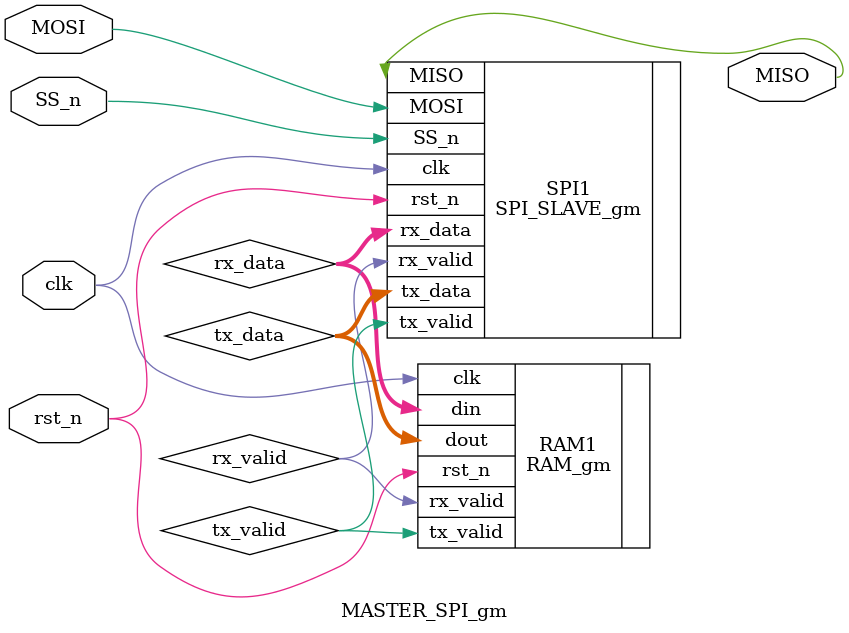
<source format=v>
module MASTER_SPI_gm(clk, rst_n, SS_n, MOSI, MISO);
	parameter ADDR_SIZE = 8;
	parameter MEM_DEPTH = 256;

	input clk, rst_n, SS_n, MOSI;
	output MISO;

	wire rx_valid, tx_valid;
	wire [ADDR_SIZE+1:0] rx_data;
	wire [ADDR_SIZE-1:0] tx_data;

	RAM_gm #(.ADDR_SIZE(ADDR_SIZE), .MEM_DEPTH(MEM_DEPTH)) RAM1(.clk(clk), .rst_n(rst_n), .rx_valid(rx_valid), .din(rx_data), .tx_valid(tx_valid), .dout(tx_data));
	SPI_SLAVE_gm #(.ADDR_SIZE(ADDR_SIZE)) SPI1(.clk(clk), .rst_n(rst_n), .SS_n(SS_n), .MOSI(MOSI), .MISO(MISO), .rx_data(rx_data), .rx_valid(rx_valid), .tx_data(tx_data), .tx_valid(tx_valid));
endmodule
</source>
